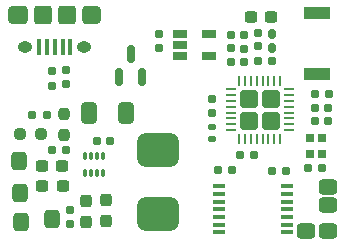
<source format=gbr>
%TF.GenerationSoftware,KiCad,Pcbnew,8.0.6*%
%TF.CreationDate,2025-02-20T11:34:01+01:00*%
%TF.ProjectId,wled usermod,776c6564-2075-4736-9572-6d6f642e6b69,rev?*%
%TF.SameCoordinates,Original*%
%TF.FileFunction,Paste,Top*%
%TF.FilePolarity,Positive*%
%FSLAX46Y46*%
G04 Gerber Fmt 4.6, Leading zero omitted, Abs format (unit mm)*
G04 Created by KiCad (PCBNEW 8.0.6) date 2025-02-20 11:34:01*
%MOMM*%
%LPD*%
G01*
G04 APERTURE LIST*
G04 Aperture macros list*
%AMRoundRect*
0 Rectangle with rounded corners*
0 $1 Rounding radius*
0 $2 $3 $4 $5 $6 $7 $8 $9 X,Y pos of 4 corners*
0 Add a 4 corners polygon primitive as box body*
4,1,4,$2,$3,$4,$5,$6,$7,$8,$9,$2,$3,0*
0 Add four circle primitives for the rounded corners*
1,1,$1+$1,$2,$3*
1,1,$1+$1,$4,$5*
1,1,$1+$1,$6,$7*
1,1,$1+$1,$8,$9*
0 Add four rect primitives between the rounded corners*
20,1,$1+$1,$2,$3,$4,$5,0*
20,1,$1+$1,$4,$5,$6,$7,0*
20,1,$1+$1,$6,$7,$8,$9,0*
20,1,$1+$1,$8,$9,$2,$3,0*%
G04 Aperture macros list end*
%ADD10RoundRect,0.237500X0.237500X-0.300000X0.237500X0.300000X-0.237500X0.300000X-0.237500X-0.300000X0*%
%ADD11RoundRect,0.160000X0.160000X-0.197500X0.160000X0.197500X-0.160000X0.197500X-0.160000X-0.197500X0*%
%ADD12RoundRect,0.155000X0.155000X-0.212500X0.155000X0.212500X-0.155000X0.212500X-0.155000X-0.212500X0*%
%ADD13RoundRect,0.325000X-0.325000X-0.475000X0.325000X-0.475000X0.325000X0.475000X-0.325000X0.475000X0*%
%ADD14RoundRect,0.325000X0.475000X-0.325000X0.475000X0.325000X-0.475000X0.325000X-0.475000X-0.325000X0*%
%ADD15RoundRect,0.081250X-0.528750X-0.243750X0.528750X-0.243750X0.528750X0.243750X-0.528750X0.243750X0*%
%ADD16RoundRect,0.155000X-0.212500X-0.155000X0.212500X-0.155000X0.212500X0.155000X-0.212500X0.155000X0*%
%ADD17RoundRect,0.155000X0.212500X0.155000X-0.212500X0.155000X-0.212500X-0.155000X0.212500X-0.155000X0*%
%ADD18RoundRect,0.160000X-0.160000X0.197500X-0.160000X-0.197500X0.160000X-0.197500X0.160000X0.197500X0*%
%ADD19RoundRect,0.237500X0.300000X0.237500X-0.300000X0.237500X-0.300000X-0.237500X0.300000X-0.237500X0*%
%ADD20R,0.700000X0.750000*%
%ADD21RoundRect,0.160000X-0.160000X0.222500X-0.160000X-0.222500X0.160000X-0.222500X0.160000X0.222500X0*%
%ADD22RoundRect,0.325000X0.325000X0.475000X-0.325000X0.475000X-0.325000X-0.475000X0.325000X-0.475000X0*%
%ADD23RoundRect,0.237500X-0.237500X0.250000X-0.237500X-0.250000X0.237500X-0.250000X0.237500X0.250000X0*%
%ADD24R,0.990600X0.304800*%
%ADD25RoundRect,0.325000X-0.475000X0.325000X-0.475000X-0.325000X0.475000X-0.325000X0.475000X0.325000X0*%
%ADD26O,0.890000X1.550000*%
%ADD27O,1.250000X0.950000*%
%ADD28RoundRect,0.100000X0.100000X0.575000X-0.100000X0.575000X-0.100000X-0.575000X0.100000X-0.575000X0*%
%ADD29RoundRect,0.250000X0.475000X0.525000X-0.475000X0.525000X-0.475000X-0.525000X0.475000X-0.525000X0*%
%ADD30RoundRect,0.250000X0.500000X0.525000X-0.500000X0.525000X-0.500000X-0.525000X0.500000X-0.525000X0*%
%ADD31RoundRect,0.250000X-0.412500X-0.650000X0.412500X-0.650000X0.412500X0.650000X-0.412500X0.650000X0*%
%ADD32RoundRect,0.150000X0.150000X-0.587500X0.150000X0.587500X-0.150000X0.587500X-0.150000X-0.587500X0*%
%ADD33RoundRect,0.237500X0.250000X0.237500X-0.250000X0.237500X-0.250000X-0.237500X0.250000X-0.237500X0*%
%ADD34RoundRect,0.050000X0.100000X-0.285000X0.100000X0.285000X-0.100000X0.285000X-0.100000X-0.285000X0*%
%ADD35RoundRect,0.737500X-1.012500X-0.737500X1.012500X-0.737500X1.012500X0.737500X-1.012500X0.737500X0*%
%ADD36RoundRect,0.160000X-0.197500X-0.160000X0.197500X-0.160000X0.197500X0.160000X-0.197500X0.160000X0*%
%ADD37RoundRect,0.135000X-0.185000X0.135000X-0.185000X-0.135000X0.185000X-0.135000X0.185000X0.135000X0*%
%ADD38R,2.200000X1.050000*%
%ADD39RoundRect,0.250000X-0.495000X0.495000X-0.495000X-0.495000X0.495000X-0.495000X0.495000X0.495000X0*%
%ADD40RoundRect,0.062500X-0.062500X0.337500X-0.062500X-0.337500X0.062500X-0.337500X0.062500X0.337500X0*%
%ADD41RoundRect,0.062500X-0.337500X0.062500X-0.337500X-0.062500X0.337500X-0.062500X0.337500X0.062500X0*%
%ADD42RoundRect,0.155000X-0.155000X0.212500X-0.155000X-0.212500X0.155000X-0.212500X0.155000X0.212500X0*%
G04 APERTURE END LIST*
D10*
%TO.C,C6*%
X144770000Y-109242500D03*
X144770000Y-107517500D03*
%TD*%
D11*
%TO.C,R5*%
X140260000Y-97800000D03*
X140260000Y-96605000D03*
%TD*%
D12*
%TO.C,C8*%
X141770000Y-109485000D03*
X141770000Y-108350000D03*
%TD*%
D11*
%TO.C,R4*%
X141440000Y-97707500D03*
X141440000Y-96512500D03*
%TD*%
D13*
%TO.C,S7*%
X137470000Y-104220000D03*
%TD*%
D14*
%TO.C,S6*%
X163570000Y-107920000D03*
%TD*%
D15*
%TO.C,U3*%
X151040000Y-93430000D03*
X151040000Y-94370000D03*
X151040000Y-95310000D03*
X153530000Y-95310000D03*
X153530000Y-93430000D03*
%TD*%
D16*
%TO.C,C5*%
X144000000Y-102510000D03*
X145135000Y-102510000D03*
%TD*%
D17*
%TO.C,C21*%
X155460000Y-104990000D03*
X154325000Y-104990000D03*
%TD*%
D14*
%TO.C,S5*%
X163580000Y-110160000D03*
%TD*%
D18*
%TO.C,R6*%
X156497500Y-93487500D03*
X156497500Y-94682500D03*
%TD*%
D19*
%TO.C,C2*%
X141090000Y-104610000D03*
X139365000Y-104610000D03*
%TD*%
D20*
%TO.C,Y1*%
X162050000Y-102265000D03*
X162050000Y-103615000D03*
X163050000Y-103615000D03*
X163050000Y-102265000D03*
%TD*%
D21*
%TO.C,L2*%
X158817500Y-93442500D03*
X158817500Y-94587500D03*
%TD*%
D22*
%TO.C,S4*%
X140240000Y-109110000D03*
%TD*%
D17*
%TO.C,C11*%
X163597500Y-100840000D03*
X162462500Y-100840000D03*
%TD*%
D12*
%TO.C,C16*%
X153765000Y-100112500D03*
X153765000Y-98977500D03*
%TD*%
D23*
%TO.C,R2*%
X141260000Y-100177500D03*
X141260000Y-102002500D03*
%TD*%
D17*
%TO.C,C12*%
X163070000Y-104780000D03*
X161935000Y-104780000D03*
%TD*%
%TO.C,C20*%
X156485000Y-95815000D03*
X155350000Y-95815000D03*
%TD*%
%TO.C,C15*%
X163667500Y-98550000D03*
X162532500Y-98550000D03*
%TD*%
D24*
%TO.C,IC1*%
X154332200Y-106330000D03*
X154332200Y-106980000D03*
X154332200Y-107630000D03*
X154332200Y-108280000D03*
X154332200Y-108930000D03*
X154332200Y-109580000D03*
X154332200Y-110230000D03*
X160167800Y-110230000D03*
X160167800Y-109580000D03*
X160167800Y-108930000D03*
X160167800Y-108280000D03*
X160167800Y-107630000D03*
X160167800Y-106980000D03*
X160167800Y-106330000D03*
%TD*%
D25*
%TO.C,S8*%
X161760000Y-110130000D03*
%TD*%
D26*
%TO.C,J1*%
X143970000Y-91840000D03*
D27*
X142970000Y-94540000D03*
X137970000Y-94540000D03*
D26*
X136970000Y-91840000D03*
D28*
X141770000Y-94540000D03*
X141120000Y-94540000D03*
X140470000Y-94540000D03*
X139820000Y-94540000D03*
X139170000Y-94540000D03*
D29*
X143495000Y-91840000D03*
D30*
X141470000Y-91840000D03*
X139470000Y-91840000D03*
D29*
X137445000Y-91840000D03*
%TD*%
D31*
%TO.C,C4*%
X143387500Y-100140000D03*
X146512500Y-100140000D03*
%TD*%
D13*
%TO.C,S1*%
X137600000Y-109390000D03*
%TD*%
D14*
%TO.C,S3*%
X163590000Y-106390000D03*
%TD*%
D17*
%TO.C,C19*%
X158835000Y-95755000D03*
X157700000Y-95755000D03*
%TD*%
D13*
%TO.C,S2*%
X137560000Y-106890000D03*
%TD*%
D12*
%TO.C,C10*%
X149275000Y-94597500D03*
X149275000Y-93462500D03*
%TD*%
D17*
%TO.C,C13*%
X157302500Y-103675000D03*
X156167500Y-103675000D03*
%TD*%
D32*
%TO.C,D1*%
X145930000Y-97045000D03*
X147830000Y-97045000D03*
X146880000Y-95170000D03*
%TD*%
D17*
%TO.C,C14*%
X163637500Y-99700000D03*
X162502500Y-99700000D03*
%TD*%
D33*
%TO.C,R3*%
X139340000Y-101930000D03*
X137515000Y-101930000D03*
%TD*%
D34*
%TO.C,U1*%
X143020000Y-105210000D03*
X143520000Y-105210000D03*
X144020000Y-105210000D03*
X144520000Y-105210000D03*
X144520000Y-103730000D03*
X144020000Y-103730000D03*
X143520000Y-103730000D03*
X143020000Y-103730000D03*
%TD*%
D19*
%TO.C,C1*%
X141132500Y-106285000D03*
X139407500Y-106285000D03*
%TD*%
%TO.C,C17*%
X158795000Y-91980000D03*
X157070000Y-91980000D03*
%TD*%
D35*
%TO.C,L1*%
X149220000Y-103220000D03*
X149220000Y-108670000D03*
%TD*%
D36*
%TO.C,R1*%
X138572500Y-100300000D03*
X139767500Y-100300000D03*
%TD*%
D37*
%TO.C,R7*%
X153790000Y-101290000D03*
X153790000Y-102310000D03*
%TD*%
D38*
%TO.C,ANT1*%
X162700000Y-96840000D03*
X162700000Y-91640000D03*
%TD*%
D17*
%TO.C,C3*%
X141405000Y-103235000D03*
X140270000Y-103235000D03*
%TD*%
D39*
%TO.C,U2*%
X158735000Y-98915000D03*
X156885000Y-98915000D03*
X158735000Y-100765000D03*
X156885000Y-100765000D03*
D40*
X159560000Y-97390000D03*
X159060000Y-97390000D03*
X158560000Y-97390000D03*
X158060000Y-97390000D03*
X157560000Y-97390000D03*
X157060000Y-97390000D03*
X156560000Y-97390000D03*
X156060000Y-97390000D03*
D41*
X155360000Y-98090000D03*
X155360000Y-98590000D03*
X155360000Y-99090000D03*
X155360000Y-99590000D03*
X155360000Y-100090000D03*
X155360000Y-100590000D03*
X155360000Y-101090000D03*
X155360000Y-101590000D03*
D40*
X156060000Y-102290000D03*
X156560000Y-102290000D03*
X157060000Y-102290000D03*
X157560000Y-102290000D03*
X158060000Y-102290000D03*
X158560000Y-102290000D03*
X159060000Y-102290000D03*
X159560000Y-102290000D03*
D41*
X160260000Y-101590000D03*
X160260000Y-101090000D03*
X160260000Y-100590000D03*
X160260000Y-100090000D03*
X160260000Y-99590000D03*
X160260000Y-99090000D03*
X160260000Y-98590000D03*
X160260000Y-98090000D03*
%TD*%
D16*
%TO.C,C22*%
X158870000Y-105050000D03*
X160005000Y-105050000D03*
%TD*%
D42*
%TO.C,C9*%
X155372500Y-93485000D03*
X155372500Y-94620000D03*
%TD*%
%TO.C,C18*%
X157712500Y-93362500D03*
X157712500Y-94497500D03*
%TD*%
D10*
%TO.C,C7*%
X143120000Y-109317500D03*
X143120000Y-107592500D03*
%TD*%
M02*

</source>
